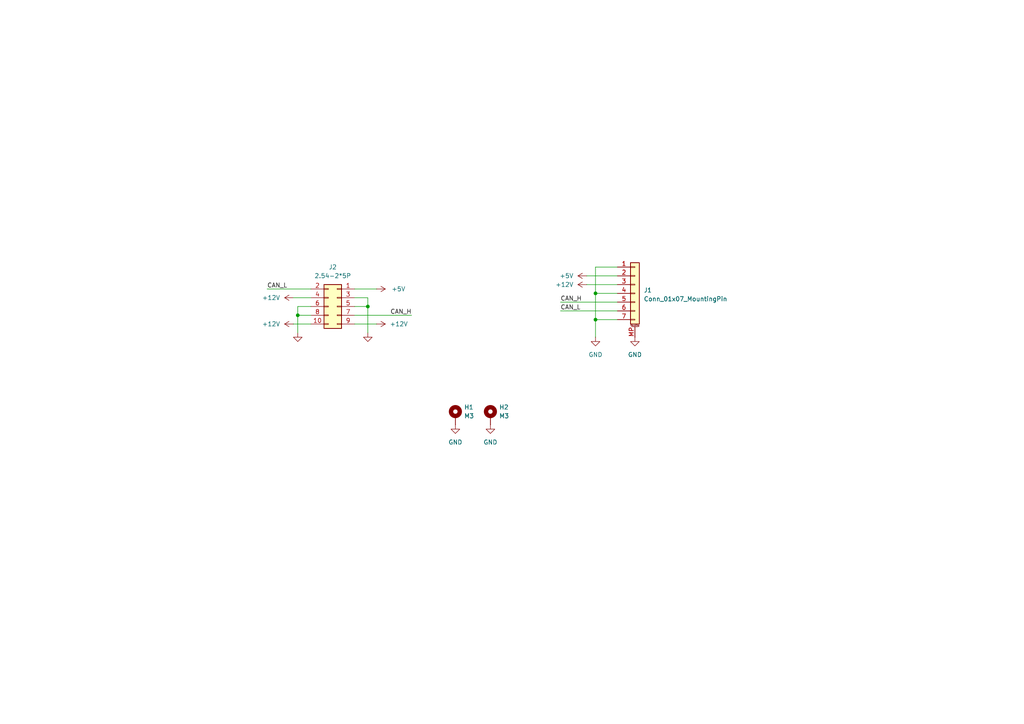
<source format=kicad_sch>
(kicad_sch (version 20231120) (generator "eeschema") (generator_version "8.0")
  (paper "A4")
  (lib_symbols
    (symbol "Connector_Generic:Conn_02x05_Odd_Even" (pin_names (offset 1.016) hide)
      (property "Reference" "J" (at 1.27 7.62 0))
      (property "Value" "Conn_02x05_Odd_Even" (at 1.27 -7.62 0))
      (symbol "Conn_02x05_Odd_Even_1_1"
        (rectangle (start -1.27 -4.953) (end 0 -5.207) (stroke (width 0.1524)))
        (rectangle (start -1.27 -2.413) (end 0 -2.667) (stroke (width 0.1524)))
        (rectangle (start -1.27 0.127) (end 0 -0.127) (stroke (width 0.1524)))
        (rectangle (start -1.27 2.667) (end 0 2.413) (stroke (width 0.1524)))
        (rectangle (start -1.27 5.207) (end 0 4.953) (stroke (width 0.1524)))
        (rectangle (start -1.27 6.35) (end 3.81 -6.35) (stroke (width 0.254)) (fill (type background)))
        (rectangle (start 3.81 -4.953) (end 2.54 -5.207) (stroke (width 0.1524)))
        (rectangle (start 3.81 -2.413) (end 2.54 -2.667) (stroke (width 0.1524)))
        (rectangle (start 3.81 0.127) (end 2.54 -0.127) (stroke (width 0.1524)))
        (rectangle (start 3.81 2.667) (end 2.54 2.413) (stroke (width 0.1524)))
        (rectangle (start 3.81 5.207) (end 2.54 4.953) (stroke (width 0.1524)))
        (pin passive line (at -5.08 5.08 0) (length 3.81) (name "Pin_1") (number "1"))
        (pin passive line (at 7.62 -5.08 180) (length 3.81) (name "Pin_10") (number "10"))
        (pin passive line (at 7.62 5.08 180) (length 3.81) (name "Pin_2") (number "2"))
        (pin passive line (at -5.08 2.54 0) (length 3.81) (name "Pin_3") (number "3"))
        (pin passive line (at 7.62 2.54 180) (length 3.81) (name "Pin_4") (number "4"))
        (pin passive line (at -5.08 0 0) (length 3.81) (name "Pin_5") (number "5"))
        (pin passive line (at 7.62 0 180) (length 3.81) (name "Pin_6") (number "6"))
        (pin passive line (at -5.08 -2.54 0) (length 3.81) (name "Pin_7") (number "7"))
        (pin passive line (at 7.62 -2.54 180) (length 3.81) (name "Pin_8") (number "8"))
        (pin passive line (at -5.08 -5.08 0) (length 3.81) (name "Pin_9") (number "9"))
      )
    )
    (symbol "Connector_Generic_MountingPin:Conn_01x07_MountingPin" (pin_names (offset 1.016) hide)
      (property "Reference" "J" (at 0 10.16 0))
      (property "Value" "Conn_01x07_MountingPin" (at 1.27 -10.16 0))
      (symbol "Conn_01x07_MountingPin_1_1"
        (rectangle (start -1.27 -7.493) (end 0 -7.747) (stroke (width 0.1524)))
        (rectangle (start -1.27 -4.953) (end 0 -5.207) (stroke (width 0.1524)))
        (rectangle (start -1.27 -2.413) (end 0 -2.667) (stroke (width 0.1524)))
        (rectangle (start -1.27 0.127) (end 0 -0.127) (stroke (width 0.1524)))
        (rectangle (start -1.27 2.667) (end 0 2.413) (stroke (width 0.1524)))
        (rectangle (start -1.27 5.207) (end 0 4.953) (stroke (width 0.1524)))
        (rectangle (start -1.27 7.747) (end 0 7.493) (stroke (width 0.1524)))
        (rectangle (start -1.27 8.89) (end 1.27 -8.89) (stroke (width 0.254)) (fill (type background)))
        (polyline (pts (xy -1.016 -9.652) (xy 1.016 -9.652)) (stroke (width 0.1524)))
        (text "Mounting" (at 0 -9.271 0) (effects (font (size 0.381 0.381))))
        (pin passive line (at -5.08 7.62 0) (length 3.81) (name "Pin_1") (number "1"))
        (pin passive line (at -5.08 5.08 0) (length 3.81) (name "Pin_2") (number "2"))
        (pin passive line (at -5.08 2.54 0) (length 3.81) (name "Pin_3") (number "3"))
        (pin passive line (at -5.08 0 0) (length 3.81) (name "Pin_4") (number "4"))
        (pin passive line (at -5.08 -2.54 0) (length 3.81) (name "Pin_5") (number "5"))
        (pin passive line (at -5.08 -5.08 0) (length 3.81) (name "Pin_6") (number "6"))
        (pin passive line (at -5.08 -7.62 0) (length 3.81) (name "Pin_7") (number "7"))
        (pin passive line (at 0 -12.7 90) (length 3.048) (name "MountPin") (number "MP"))
      )
    )
    (symbol "Mechanical:MountingHole_Pad" (pin_numbers hide) (pin_names (offset 1.016) hide) (exclude_from_sim yes) (in_bom no)
      (property "Reference" "H" (at 0 6.35 0))
      (property "Value" "MountingHole_Pad" (at 0 4.445 0))
      (symbol "MountingHole_Pad_0_1"
        (circle (center 0 1.27) (radius 1.27) (stroke (width 1.27)))
      )
      (symbol "MountingHole_Pad_1_1"
        (pin input line (at 0 -2.54 90) (length 2.54) (name "1") (number "1"))
      )
    )
    (symbol "power:+12V" (power) (pin_numbers hide) (pin_names (offset 0) hide)
      (property "Value" "+12V" (at 0 3.556 0))
      (symbol "+12V_0_1"
        (polyline (pts (xy -0.762 1.27) (xy 0 2.54)))
        (polyline (pts (xy 0 0) (xy 0 2.54)))
        (polyline (pts (xy 0 2.54) (xy 0.762 1.27)))
      )
      (symbol "+12V_1_1"
        (pin power_in line (at 0 0 90) (length 0) (name "~") (number "1"))
      )
    )
    (symbol "power:+5V" (power) (pin_numbers hide) (pin_names (offset 0) hide)
      (property "Value" "+5V" (at 0 3.556 0))
      (symbol "+5V_0_1"
        (polyline (pts (xy -0.762 1.27) (xy 0 2.54)))
        (polyline (pts (xy 0 0) (xy 0 2.54)))
        (polyline (pts (xy 0 2.54) (xy 0.762 1.27)))
      )
      (symbol "+5V_1_1"
        (pin power_in line (at 0 0 90) (length 0) (name "~") (number "1"))
      )
    )
    (symbol "power:GND" (power) (pin_numbers hide) (pin_names (offset 0) hide)
      (property "Value" "GND" (at 0 -3.81 0))
      (symbol "GND_0_1"
        (polyline (pts (xy 0 0) (xy 0 -1.27) (xy 1.27 -1.27) (xy 0 -2.54) (xy -1.27 -1.27) (xy 0 -1.27)))
      )
      (symbol "GND_1_1"
        (pin power_in line (at 0 0 270) (length 0) (name "~") (number "1"))
      )
    )
  )
  (junction (at 106.68 88.9))
  (junction (at 86.36 91.44))
  (junction (at 172.72 92.71))
  (junction (at 172.72 85.09))
  (wire (pts (xy 172.72 92.71) (xy 179.07 92.71)))
  (wire (pts (xy 102.87 83.82) (xy 109.22 83.82)))
  (wire (pts (xy 102.87 91.44) (xy 119.38 91.44)))
  (wire (pts (xy 170.18 82.55) (xy 179.07 82.55)))
  (wire (pts (xy 90.17 88.9) (xy 86.36 88.9)))
  (wire (pts (xy 90.17 83.82) (xy 77.47 83.82)))
  (wire (pts (xy 102.87 88.9) (xy 106.68 88.9)))
  (wire (pts (xy 85.09 93.98) (xy 90.17 93.98)))
  (wire (pts (xy 172.72 85.09) (xy 179.07 85.09)))
  (wire (pts (xy 109.22 93.98) (xy 102.87 93.98)))
  (wire (pts (xy 106.68 86.36) (xy 106.68 88.9)))
  (wire (pts (xy 170.18 80.01) (xy 179.07 80.01)))
  (wire (pts (xy 86.36 91.44) (xy 90.17 91.44)))
  (wire (pts (xy 85.09 86.36) (xy 90.17 86.36)))
  (wire (pts (xy 86.36 91.44) (xy 86.36 96.52)))
  (wire (pts (xy 162.56 87.63) (xy 179.07 87.63)))
  (wire (pts (xy 162.56 90.17) (xy 179.07 90.17)))
  (wire (pts (xy 172.72 77.47) (xy 179.07 77.47)))
  (wire (pts (xy 172.72 92.71) (xy 172.72 97.79)))
  (wire (pts (xy 86.36 88.9) (xy 86.36 91.44)))
  (wire (pts (xy 172.72 85.09) (xy 172.72 92.71)))
  (wire (pts (xy 106.68 88.9) (xy 106.68 96.52)))
  (wire (pts (xy 172.72 77.47) (xy 172.72 85.09)))
  (wire (pts (xy 102.87 86.36) (xy 106.68 86.36)))
  (label "CAN_L" (at 162.56 90.17 0))
  (label "CAN_L" (at 77.47 83.82 0))
  (label "CAN_H" (at 162.56 87.63 0))
  (label "CAN_H" (at 119.38 91.44 180))
  (symbol (lib_id "power:GND") (at 86.36 96.52 0) (unit 1)
    (property "Reference" "#PWR07" (effects (hide yes)))
    (property "Value" "GND" (effects (hide yes)))
    (property "Description" "Power symbol creates a global label with name \"GND\" , ground" (effects (hide yes)))
  )
  (symbol (lib_id "power:GND") (at 172.72 97.79 0) (unit 1)
    (property "Reference" "#PWR02" (effects (hide yes)))
    (property "Value" "GND" (at 172.72 102.87 0))
    (property "Description" "Power symbol creates a global label with name \"GND\" , ground" (effects (hide yes)))
  )
  (symbol (lib_id "power:+12V") (at 85.09 86.36 90) (unit 1)
    (property "Reference" "#PWR05" (effects (hide yes)))
    (property "Value" "+12V" (at 81.28 86.3599 90) (effects (justify left)))
    (property "Description" "Power symbol creates a global label with name \"+12V\"" (effects (hide yes)))
  )
  (symbol (lib_id "power:GND") (at 184.15 97.79 0) (unit 1)
    (property "Reference" "#PWR01" (effects (hide yes)))
    (property "Value" "GND" (at 184.15 102.87 0))
    (property "Description" "Power symbol creates a global label with name \"GND\" , ground" (effects (hide yes)))
  )
  (symbol (lib_id "power:+5V") (at 170.18 80.01 90) (unit 1)
    (property "Reference" "#PWR03" (effects (hide yes)))
    (property "Value" "+5V" (at 166.37 80.0099 90) (effects (justify left)))
    (property "Description" "Power symbol creates a global label with name \"+5V\"" (effects (hide yes)))
  )
  (symbol (lib_id "power:+12V") (at 109.22 93.98 270) (unit 1)
    (property "Reference" "#PWR010" (effects (hide yes)))
    (property "Value" "+12V" (at 113.03 93.9801 90) (effects (justify left)))
    (property "Description" "Power symbol creates a global label with name \"+12V\"" (effects (hide yes)))
  )
  (symbol (lib_id "power:GND") (at 106.68 96.52 0) (unit 1)
    (property "Reference" "#PWR08" (effects (hide yes)))
    (property "Value" "GND" (effects (hide yes)))
    (property "Description" "Power symbol creates a global label with name \"GND\" , ground" (effects (hide yes)))
  )
  (symbol (lib_id "power:+12V") (at 170.18 82.55 90) (unit 1)
    (property "Reference" "#PWR04" (effects (hide yes)))
    (property "Value" "+12V" (at 166.37 82.5499 90) (effects (justify left)))
    (property "Description" "Power symbol creates a global label with name \"+12V\"" (effects (hide yes)))
  )
  (symbol (lib_id "Connector_Generic_MountingPin:Conn_01x07_MountingPin") (at 184.15 85.09 0) (unit 1)
    (property "Reference" "J1" (at 186.69 84.1755 0) (effects (justify left)))
    (property "Value" "Conn_01x07_MountingPin" (at 186.69 86.7155 0) (effects (justify left)))
    (property "Footprint" "TCY_connectors:Molex_SATA_67800-5002_Vertical_SMD" (effects (hide yes)))
    (property "Description" "Generic connectable mounting pin connector, single row, 01x07, script generated (kicad-library-utils/schlib/autogen/connector/)" (effects (hide yes)))
  )
  (symbol (lib_id "power:+12V") (at 85.09 93.98 90) (unit 1)
    (property "Reference" "#PWR06" (effects (hide yes)))
    (property "Value" "+12V" (at 81.28 93.9799 90) (effects (justify left)))
    (property "Description" "Power symbol creates a global label with name \"+12V\"" (effects (hide yes)))
  )
  (symbol (lib_id "Connector_Generic:Conn_02x05_Odd_Even") (at 97.79 88.9 0) (mirror y) (unit 1)
    (property "Reference" "J2" (at 96.52 77.47 0))
    (property "Value" "2.54-2*5P" (at 96.52 80.01 0))
    (property "Footprint" "Connector_IDC:IDC-Header_2x05_P2.54mm_Vertical" (effects (hide yes)))
    (property "Description" "Generic connector, double row, 02x05, odd/even pin numbering scheme (row 1 odd numbers, row 2 even numbers), script generated (kicad-library-utils/schlib/autogen/connector/)" (effects (hide yes)))
    (property "LCSC" "C5665" (effects (hide yes)))
    (property "MPN" " 2.54-2*5P" (effects (hide yes)))
  )
  (symbol (lib_id "power:+5V") (at 109.22 83.82 270) (unit 1)
    (property "Reference" "#PWR09" (effects (hide yes)))
    (property "Value" "+5V" (at 115.57 83.82 90))
  )
  (symbol (lib_id "Mechanical:MountingHole_Pad") (at 132.08 120.65 0) (unit 1) (exclude_from_sim yes) (in_bom no)
    (property "Reference" "H1" (at 134.62 118.1099 0) (effects (justify left)))
    (property "Value" "M3" (at 134.62 120.6499 0) (effects (justify left)))
    (property "Footprint" "MountingHole:MountingHole_3.2mm_M3_Pad_Via" (effects (hide yes)))
    (property "Description" "Mounting Hole with connection" (effects (hide yes)))
  )
  (symbol (lib_id "power:GND") (at 142.24 123.19 0) (unit 1)
    (property "Reference" "#PWR012" (effects (hide yes)))
    (property "Value" "GND" (at 142.24 128.27 0))
    (property "Description" "Power symbol creates a global label with name \"GND\" , ground" (effects (hide yes)))
  )
  (symbol (lib_id "Mechanical:MountingHole_Pad") (at 142.24 120.65 0) (unit 1) (exclude_from_sim yes) (in_bom no)
    (property "Reference" "H2" (at 144.78 118.1099 0) (effects (justify left)))
    (property "Value" "M3" (at 144.78 120.6499 0) (effects (justify left)))
    (property "Footprint" "MountingHole:MountingHole_3.2mm_M3_Pad_Via" (effects (hide yes)))
    (property "Description" "Mounting Hole with connection" (effects (hide yes)))
  )
  (symbol (lib_id "power:GND") (at 132.08 123.19 0) (unit 1)
    (property "Reference" "#PWR011" (effects (hide yes)))
    (property "Value" "GND" (at 132.08 128.27 0))
    (property "Description" "Power symbol creates a global label with name \"GND\" , ground" (effects (hide yes)))
  )
)
</source>
